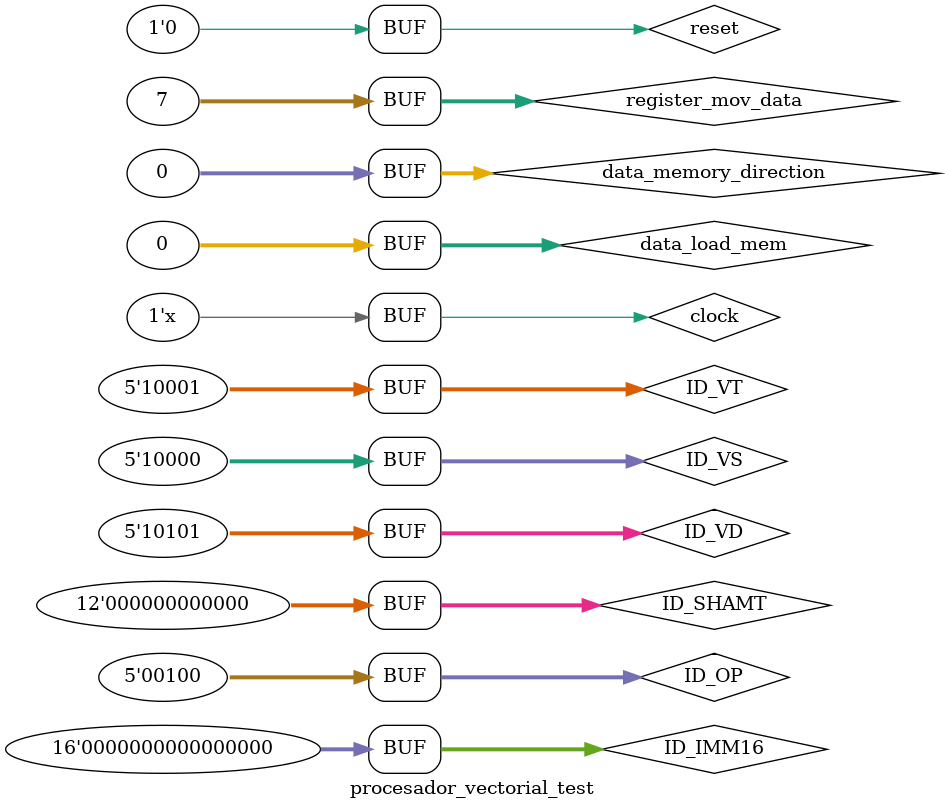
<source format=v>

module procesador_vectorial_test;


	// Inputs
	reg clock;
	reg reset;
	reg [4:0] ID_VS;
	reg [4:0] ID_VT;
	reg [4:0] ID_VD;
	reg [11:0] ID_SHAMT;
	reg [4:0] ID_OP;
	reg [15:0] ID_IMM16;
	reg [31:0] register_mov_data;
	reg [31:0] data_memory_direction;
	reg [31:0] data_load_mem;

	// Outputs


	// Instantiate the Unit Under Test (UUT)
	top uut (
		.clock(clock), 
		.reset(reset), 
		.ID_VS(ID_VS), 
		.ID_VT(ID_VT), 
		.ID_VD(ID_VD), 
		.ID_SHAMT(ID_SHAMT), 
		.ID_OP(ID_OP), 
		.ID_IMM16(ID_IMM16), 
		.register_mov_data(register_mov_data), 
		.data_memory_direction(data_memory_direction),  
		.data_load_mem(data_load_mem)
	);

	initial begin
		// Initialize Inputs
		clock = 0;
		reset = 0;
//		ID_VS = 5'b10000;
//		ID_VT = 5'b10001;
//		ID_VD = 5'b10000;
//		ID_SHAMT = 12'b0;
//		ID_OP = 5'b00100;
//		ID_IMM16 = 16'b0;
//		register_mov_data = 32'b011;
//		data_memory_direction = 32'b0;
//		data_load_mem = 32'b0;

		// Wait 100 ns for global reset to finish
		#10;
		
		// Initialize Inputs Aqui hago un MOV de 011 en el registro vectorial 0
		ID_VS = 5'b10000;
		ID_VT = 5'b10001;
		ID_VD = 5'b10000;
		ID_SHAMT = 12'b0;
		ID_OP = 5'b00100;
		ID_IMM16 = 16'b0;
		register_mov_data = 32'b00000000000000010000001000000011;
		data_memory_direction = 32'b0;
		data_load_mem = 32'b0;

		// Wait 100 ns for global reset to finish
		#10;
		
		#10;
		
		// Initialize Inputs Aqui hago un MOV de 110 en el registro vectorial 1
		ID_VS = 5'b10000;
		ID_VT = 5'b10001;
		ID_VD = 5'b10001;
		ID_SHAMT = 12'b0;
		ID_OP = 5'b00100;
		ID_IMM16 = 16'b0;
		register_mov_data = 32'b00000100000001010000011000000111;
		data_memory_direction = 32'b0;
		data_load_mem = 32'b0;

		// Wait 100 ns for global reset to finish
		#10;
		
		#10;
		
		//Aqui voy a hacer un MOV de 101 en el registro vectorial 2
		ID_VS = 5'b10000;
		ID_VT = 5'b10001;
		ID_VD = 5'b10010;
		ID_SHAMT = 12'b0;
		ID_OP = 5'b00100;
		ID_IMM16 = 16'b0;
		register_mov_data = 32'b101;
		data_memory_direction = 32'b0;
		data_load_mem = 32'b0;

		// Wait 100 ns for global reset to finish
		#10;
		
		// Initialize Inputs
		//Aqui voy a hacer un ADD de V0 Y V1 y lo voy a guardar en el registro vectorial 4
		ID_VS = 5'b10000;
		ID_VT = 5'b10001;
		ID_VD = 5'b10100;
		ID_SHAMT = 12'b0;
		ID_OP = 5'b00010;
		ID_IMM16 = 16'b0;
		register_mov_data = 32'b101;
		data_memory_direction = 32'b0;
		data_load_mem = 32'b0;

		// Wait 100 ns for global reset to finish
		#10;
		
		//Aqui voy a hacer un MOV de 101 en el registro vectorial 5
		ID_VS = 5'b10000;
		ID_VT = 5'b10001;
		ID_VD = 5'b10101;
		ID_SHAMT = 12'b0;
		ID_OP = 5'b00100;
		ID_IMM16 = 16'b0;
		register_mov_data = 32'b111;
		data_memory_direction = 32'b0;
		data_load_mem = 32'b0;

		// Wait 100 ns for global reset to finish
		#10;

		// Wait 100 ns for global reset to finish
		#10;
        
		// Add stimulus here

	end
	
	always 
		 #10 clock = ~clock;
      
endmodule

</source>
